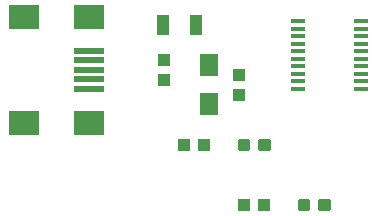
<source format=gtp>
G75*
%MOIN*%
%OFA0B0*%
%FSLAX25Y25*%
%IPPOS*%
%LPD*%
%AMOC8*
5,1,8,0,0,1.08239X$1,22.5*
%
%ADD10R,0.03937X0.04331*%
%ADD11R,0.06299X0.07480*%
%ADD12C,0.01181*%
%ADD13R,0.03937X0.07087*%
%ADD14R,0.09843X0.01969*%
%ADD15R,0.09843X0.07874*%
%ADD16R,0.04331X0.03937*%
%ADD17R,0.04500X0.01500*%
D10*
X0168333Y0096654D03*
X0168333Y0103346D03*
X0143333Y0101654D03*
X0143333Y0108346D03*
D11*
X0158333Y0106496D03*
X0158333Y0093504D03*
D12*
X0171259Y0081378D02*
X0171259Y0078622D01*
X0168503Y0078622D01*
X0168503Y0081378D01*
X0171259Y0081378D01*
X0171259Y0079802D02*
X0168503Y0079802D01*
X0168503Y0080982D02*
X0171259Y0080982D01*
X0178164Y0081378D02*
X0178164Y0078622D01*
X0175408Y0078622D01*
X0175408Y0081378D01*
X0178164Y0081378D01*
X0178164Y0079802D02*
X0175408Y0079802D01*
X0175408Y0080982D02*
X0178164Y0080982D01*
X0191259Y0061378D02*
X0191259Y0058622D01*
X0188503Y0058622D01*
X0188503Y0061378D01*
X0191259Y0061378D01*
X0191259Y0059802D02*
X0188503Y0059802D01*
X0188503Y0060982D02*
X0191259Y0060982D01*
X0198164Y0061378D02*
X0198164Y0058622D01*
X0195408Y0058622D01*
X0195408Y0061378D01*
X0198164Y0061378D01*
X0198164Y0059802D02*
X0195408Y0059802D01*
X0195408Y0060982D02*
X0198164Y0060982D01*
D13*
X0153845Y0120000D03*
X0142822Y0120000D03*
D14*
X0118176Y0111299D03*
X0118176Y0108150D03*
X0118176Y0105000D03*
X0118176Y0101850D03*
X0118176Y0098701D03*
D15*
X0118176Y0087283D03*
X0096522Y0087283D03*
X0096522Y0122717D03*
X0118176Y0122717D03*
D16*
X0169987Y0060000D03*
X0176680Y0060000D03*
X0156680Y0080000D03*
X0149987Y0080000D03*
D17*
X0187783Y0098750D03*
X0187783Y0101250D03*
X0187783Y0103750D03*
X0187783Y0106250D03*
X0187783Y0108750D03*
X0187783Y0111250D03*
X0187783Y0113750D03*
X0187783Y0116250D03*
X0187783Y0118750D03*
X0187783Y0121250D03*
X0208883Y0121250D03*
X0208883Y0118750D03*
X0208883Y0116250D03*
X0208883Y0113750D03*
X0208883Y0111250D03*
X0208883Y0108750D03*
X0208883Y0106250D03*
X0208883Y0103750D03*
X0208883Y0101250D03*
X0208883Y0098750D03*
M02*

</source>
